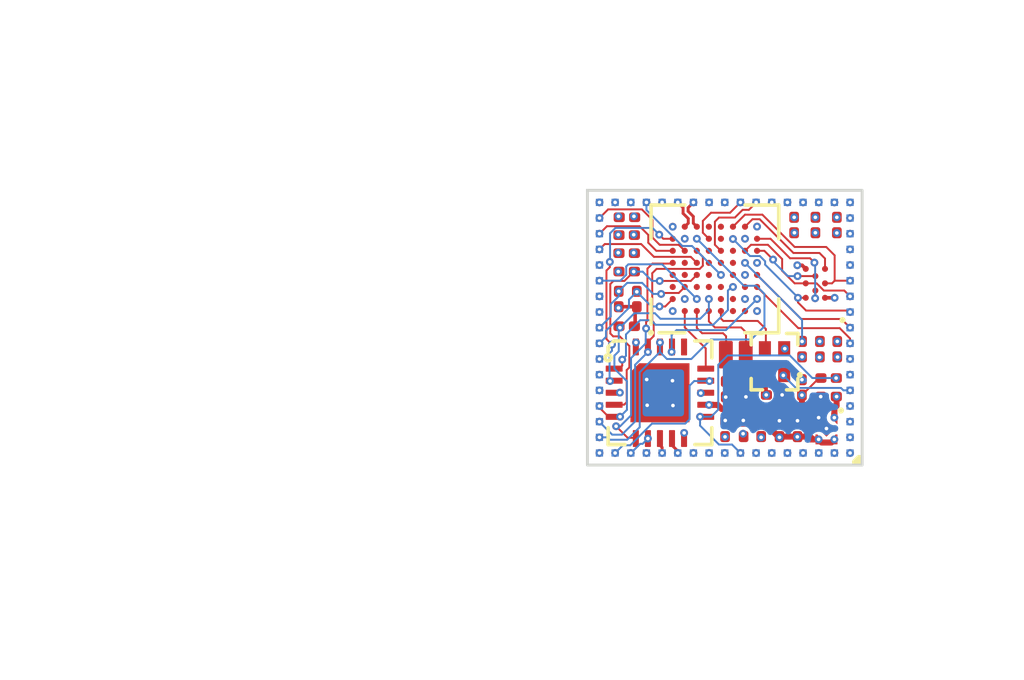
<source format=kicad_pcb>
(kicad_pcb (version 20221018) (generator pcbnew)
  (title_block (title "Myra SiP Interposer") (date "2024-06-24") (rev "1.0.0") (company "Antmicro Ltd") (comment 1 "www.antmicro.com"))
  (layers (0 "F.Cu" signal) (1 "In1.Cu" signal) (2 "In2.Cu" signal) (31 "B.Cu" signal) (34 "B.Paste" user) (35 "F.Paste" user) (36 "B.SilkS" user "B.Silkscreen") (37 "F.SilkS" user "F.Silkscreen") (38 "B.Mask" user) (39 "F.Mask" user) (44 "Edge.Cuts" user))
  (net 0 "")
  (net 1 "GND")
  (net 2 "+5V")
  (net 3 "+3V3")
  (net 4 "Net-(U1-3V3OUT)")
  (net 5 "VBUS")
  (net 6 "/OSC32_IN")
  (net 7 "/OSC32_OUT")
  (net 8 "/~{FRAM_WP}")
  (net 9 "/~{FRAM_HOLD}")
  (net 10 "/~{FRAM_CS}")
  (net 11 "/I2C1_SCL")
  (net 14 "/I2C1_SDA")
  (net 15 "/PF0_OSC")
  (net 16 "Net-(U4-VREF+)")
  (net 19 "/SPI2_MOSI")
  (net 20 "/LPUART_1_STM_TX")
  (net 22 "/SPI2_MISO")
  (net 23 "/SPI2_SCK")
  (net 24 "/I2C2_SDA")
  (net 29 "/I2C2_SCL")
  (net 38 "unconnected-(U5-PadA1)")
  (net 42 "unconnected-(U5-PadA2)")
  (net 43 "unconnected-(U5-PadA3)")
  (net 46 "unconnected-(U5-PadA4)")
  (net 47 "unconnected-(U5-PadA5)")
  (net 48 "unconnected-(U5-PadA6)")
  (net 49 "/JTDI")
  (net 50 "/JTRST")
  (net 51 "/NRST")
  (net 52 "/JTDO")
  (net 53 "/USB_D_P")
  (net 54 "/USB_D_N")
  (net 55 "/FTDI_USER_PB")
  (net 56 "unconnected-(U5-PadB1)")
  (net 57 "/LPUART_1_STM_RX")
  (net 58 "/SWDIO-JTMS")
  (net 59 "/SWCLK-JTCK")
  (net 60 "+BATT")
  (net 61 "unconnected-(U5-PadC1)")
  (net 62 "/~{CLK_EN}")
  (net 63 "unconnected-(U5-PadN1)")
  (net 64 "unconnected-(U5-PadO1)")
  (net 65 "unconnected-(U5-PadP1)")
  (net 66 "unconnected-(U5-PadQ1)")
  (net 67 "unconnected-(U5-PadQ2)")
  (net 68 "unconnected-(U5-PadQ3)")
  (net 69 "unconnected-(U5-PadQ4)")
  (net 70 "/USB_MCU_P")
  (net 71 "/USB_MCU_N")
  (net 72 "/SPI_CS2")
  (net 73 "/SPI_CS3")
  (net 74 "/LD2")
  (net 75 "/CBUS2")
  (net 76 "/CBUS1")
  (net 78 "/GPIO_PC12")
  (net 79 "/GPIO_PC11")
  (net 80 "/GPIO_PC10")
  (net 81 "/~{FTDI_RESET}")
  (footprint "antmicro-footprints:QFN-20-1EP_4x4mm_P0.5mm_EP2.45x2.45mm" (layer "F.Cu") (at 112.01 168)
    (fp_text reference "U1" hide)
    (fp_text value "FT231XQ-R")
  )
  (footprint "antmicro-footprints:C_0201" (layer "F.Cu") (at 115.58 167.85 90)
    (fp_text reference "C16" hide)
    (fp_text value "C_22p_0201")
  )
  (footprint "antmicro-footprints:BGA-64_5x5mm_Layout8x8_P0.5mm_Ball0.255mm" (layer "F.Cu") (at 114.29 162.86 90)
    (fp_text reference "U4" hide)
    (fp_text value "STM32G491REI6")
  )
  (footprint "antmicro-footprints:C_0201" (layer "F.Cu") (at 118.65 166.19 90)
    (fp_text reference "C1" hide)
    (fp_text value "C_100n_0201")
  )
  (footprint "antmicro-footprints:C_0201" (layer "F.Cu") (at 116.75 168.09 180)
    (fp_text reference "C5" hide)
    (fp_text value "C_100n_0201")
  )
  (footprint "antmicro-footprints:C_0201" (layer "F.Cu") (at 118.46 161.04 -90)
    (fp_text reference "C11" hide)
    (fp_text value "C_100n_0201")
  )
  (footprint "antmicro-footprints:C_0201" (layer "F.Cu") (at 117.91 166.19 90)
    (fp_text reference "C18" hide)
    (fp_text value "C_100n_0201")
  )
  (footprint "antmicro-footprints:C_0201" (layer "F.Cu") (at 110.63 162.21)
    (fp_text reference "C3" hide)
    (fp_text value "C_100n_0201")
  )
  (footprint "antmicro-footprints:R_0201" (layer "F.Cu") (at 110.3 164.11 -90)
    (fp_text reference "R3" hide)
    (fp_text value "R_5k1_0201")
  )
  (footprint "antmicro-footprints:Fujitsu_WLP-8_2.28x3.092mm_P0.5mm" (layer "F.Cu") (at 118.46 163.46 180)
    (fp_text reference "U2" hide)
    (fp_text value "MB85RS1MTPW-G_WLP")
  )
  (footprint "antmicro-footprints:C_0201" (layer "F.Cu") (at 110.64 160.72)
    (fp_text reference "C21" hide)
    (fp_text value "C_1u_0201")
  )
  (footprint "antmicro-footprints:C_0201" (layer "F.Cu") (at 117.9 167.78 -90)
    (fp_text reference "C8" hide)
    (fp_text value "C_100n_0201")
  )
  (footprint "antmicro-footprints:LGA-64_11.4x11.4mm_Myra-mirrored-package" (layer "F.Cu") (at 114.7 165.3 180)
    (fp_text reference "U5" hide)
    (fp_text value "Myra-231F1F08_CUSTOM_mirrored")
  )
  (footprint "antmicro-footprints:C_0201" (layer "F.Cu") (at 114.71 169.5 -90)
    (fp_text reference "C9" hide)
    (fp_text value "C_100n_0201")
  )
  (footprint "antmicro-footprints:Oscillator_SMD_ECS_1612MV_1.6x1.2x0.6mm" (layer "F.Cu") (at 116.765 166.71 180)
    (fp_text reference "Y2" hide)
    (fp_text value "Oscillator_8MHz_ECS_1612MV")
  )
  (footprint "antmicro-footprints:C_0201" (layer "F.Cu") (at 119.35 161.04 -90)
    (fp_text reference "C13" hide)
    (fp_text value "C_100n_0201")
  )
  (footprint "antmicro-footprints:Mech_Dome_Lid_Mirror-Semiconductor_L-CAP11.4T1.9" (layer "F.Cu") (at 114.7 165.275 180)
    (fp_text reference "H1" hide)
    (fp_text value "Dome_Lid_Mirror-Semiconductor_L-CAP11.4T1.9-BLACK")
  )
  (footprint "antmicro-footprints:FB_0201_0603Metric" (layer "F.Cu") (at 116.21 169.5 90)
    (fp_text reference "FB1" hide)
    (fp_text value "FB_80Z_1.2A_0201")
  )
  (footprint "antmicro-footprints:C_0201" (layer "F.Cu") (at 110.63 161.46)
    (fp_text reference "C22" hide)
    (fp_text value "C_4u7_0201")
  )
  (footprint "antmicro-footprints:C_0201" (layer "F.Cu") (at 117.575 161.04 -90)
    (fp_text reference "C4" hide)
    (fp_text value "C_100n_0201")
  )
  (footprint "antmicro-footprints:R_0201" (layer "F.Cu") (at 111.05 164.11 -90)
    (fp_text reference "R5" hide)
    (fp_text value "R_5k1_0201")
  )
  (footprint "antmicro-footprints:C_0201" (layer "F.Cu") (at 115.48 169.5 -90)
    (fp_text reference "C10" hide)
    (fp_text value "C_100n_0201")
  )
  (footprint "antmicro-footprints:R_0201" (layer "F.Cu") (at 110.63 162.97 180)
    (fp_text reference "R4" hide)
    (fp_text value "R_100k_0201")
  )
  (footprint "antmicro-footprints:R_0201" (layer "F.Cu") (at 110.63 165.24 180)
    (fp_text reference "R2" hide)
    (fp_text value "R_100k_0201")
  )
  (footprint "antmicro-footprints:Resonator_SMD_ECS_ECX-1210_1.2x1x0.5mm" (layer "F.Cu") (at 115.16 166.42 180)
    (fp_text reference "Y1" hide)
    (fp_text value "Resonator_32.768kHz_ECX-1210")
  )
  (footprint "antmicro-footprints:C_0201" (layer "F.Cu") (at 116.97 169.5 -90)
    (fp_text reference "C12" hide)
    (fp_text value "C_4u7_0201")
  )
  (footprint "antmicro-footprints:XDFN4" (layer "F.Cu") (at 118.92 169.4855 -90)
    (fp_text reference "U3" hide)
    (fp_text value "NCP177AMX330TCG")
  )
  (footprint "antmicro-footprints:C_0201" (layer "F.Cu") (at 117.718 169.501 -90)
    (fp_text reference "C6" hide)
    (fp_text value "C_1u_0201")
  )
  (footprint "antmicro-footprints:C_0201" (layer "F.Cu") (at 119.01 168.16)
    (fp_text reference "C7" hide)
    (fp_text value "C_1u_0201")
  )
  (footprint "antmicro-footprints:R_0201" (layer "F.Cu") (at 119.01 167.39)
    (fp_text reference "R1" hide)
    (fp_text value "R_1k_0201")
  )
  (footprint "antmicro-footprints:C_0201" (layer "F.Cu") (at 119.37 166.19 90)
    (fp_text reference "C2" hide)
    (fp_text value "C_100n_0201")
  )
  (footprint "antmicro-footprints:C_0201" (layer "F.Cu") (at 114.74 167.85 90)
    (fp_text reference "C15" hide)
    (fp_text value "C_22p_0201")
  )
  (gr_rect (start 109 159.6) (end 120.4 171) (stroke (width 0.12)) (fill none) (layer "Edge.Cuts"))
  (segment (start 118.595 169.1605) (end 118.92 169.4855) (width 0.25) (layer "F.Cu") (net 1))
  (segment (start 118.689 168.551) (end 118.58 168.66) (width 0.25) (layer "F.Cu") (net 1))
  (segment (start 118.58 168.66) (end 118.58 169.0185) (width 0.25) (layer "F.Cu") (net 1))
  (segment (start 118.58 169.0185) (end 118.595 169.0335) (width 0.25) (layer "F.Cu") (net 1))
  (segment (start 118.58 168.26) (end 118.68 168.16) (width 0.25) (layer "F.Cu") (net 1))
  (segment (start 118.595 169.0335) (end 118.595 169.1605) (width 0.25) (layer "F.Cu") (net 1))
  (segment (start 118.689 168.158) (end 118.689 168.551) (width 0.25) (layer "F.Cu") (net 1))
  (segment (start 119.26 164.06) (end 118.86 164.06) (width 0.15) (layer "F.Cu") (net 1))
  (via (at 115.54 164.11) (size 0.324) (drill 0.15) (layers "F.Cu" "B.Cu") (net 1))
  (via (at 111.48 168.52) (size 0.324) (drill 0.15) (layers "F.Cu" "B.Cu") (net 1))
  (via (at 110.15 160.1) (size 0.324) (drill 0.15) (layers "F.Cu" "B.Cu") (net 1))
  (via (at 109.5 160.1) (size 0.324) (drill 0.15) (layers "F.Cu" "B.Cu") (net 1))
  (via (at 110.345 167.995) (size 0.324) (drill 0.15) (layers "F.Cu" "B.Cu") (net 1))
  (via (at 112.53 167.5) (size 0.324) (drill 0.15) (layers "F.Cu" "B.Cu") (net 1))
  (via (at 117.299999 160.1) (size 0.324) (drill 0.15) (layers "F.Cu" "B.Cu") (net 1))
  (via (at 109.5 167.9) (size 0.324) (drill 0.15) (layers "F.Cu" "B.Cu") (net 1))
  (via (at 109.5 170.5) (size 0.324) (drill 0.15) (layers "F.Cu" "B.Cu") (net 1))
  (via (at 116.968 169.161) (size 0.324) (drill 0.15) (layers "F.Cu" "B.Cu") (net 1))
  (via (at 114.049999 160.1) (size 0.324) (drill 0.15) (layers "F.Cu" "B.Cu") (net 1))
  (via (at 109.5 166.6) (size 0.324) (drill 0.15) (layers "F.Cu" "B.Cu") (net 1))
  (via (at 113.4 170.5) (size 0.324) (drill 0.15) (layers "F.Cu" "B.Cu") (net 1))
  (via (at 111.46 167.45) (size 0.324) (drill 0.15) (layers "F.Cu" "B.Cu") (net 1))
  (via (at 119.9 162.700001) (size 0.324) (drill 0.15) (layers "F.Cu" "B.Cu") (net 1))
  (via (at 110.29 160.68) (size 0.324) (drill 0.15) (layers "F.Cu" "B.Cu") (net 1))
  (via (at 117.718 169.161) (size 0.324) (drill 0.15) (layers "F.Cu" "B.Cu") (net 1))
  (via (at 114.74 168.18) (size 0.324) (drill 0.15) (layers "F.Cu" "B.Cu") (net 1))
  (via (at 118.68 168.16) (size 0.324) (drill 0.15) (layers "F.Cu" "B.Cu") (net 1))
  (via (at 112.55 168.53) (size 0.324) (drill 0.15) (layers "F.Cu" "B.Cu") (net 1))
  (via (at 117.58 160.72) (size 0.324) (drill 0.15) (layers "F.Cu" "B.Cu") (net 1))
  (via (at 117.19 166.17) (size 0.324) (drill 0.15) (layers "F.Cu" "B.Cu") (net 1))
  (via (at 114.72 169.15) (size 0.324) (drill 0.15) (layers "F.Cu" "B.Cu") (net 1))
  (via (at 115.578 168.171) (size 0.324) (drill 0.15) (layers "F.Cu" "B.Cu") (net 1))
  (via (at 110.28 161.442) (size 0.324) (drill 0.15) (layers "F.Cu" "B.Cu") (net 1))
  (via (at 119.9 168.55) (size 0.324) (drill 0.15) (layers "F.Cu" "B.Cu") (net 1))
  (via (at 119.9 167.249999) (size 0.324) (drill 0.15) (layers "F.Cu" "B.Cu") (net 1))
  (via (at 118.63 166.53) (size 0.324) (drill 0.15) (layers "F.Cu" "B.Cu") (net 1))
  (via (at 117.08 168.09) (size 0.324) (drill 0.15) (layers "F.Cu" "B.Cu") (net 1))
  (via (at 112.1 160.1) (size 0.324) (drill 0.15) (layers "F.Cu" "B.Cu") (net 1))
  (via (at 118.595 169.0335) (size 0.324) (drill 0.15) (layers "F.Cu" "B.Cu") (net 1))
  (via (at 115.54 161.61) (size 0.324) (drill 0.15) (layers "F.Cu" "B.Cu") (net 1))
  (via (at 116 170.5) (size 0.324) (drill 0.15) (layers "F.Cu" "B.Cu") (net 1))
  (via (at 113.04 161.61) (size 0.324) (drill 0.15) (layers "F.Cu" "B.Cu") (net 1))
  (via (at 113.04 164.11) (size 0.324) (drill 0.15) (layers "F.Cu" "B.Cu") (net 1))
  (via (at 114.7 160.1) (size 0.324) (drill 0.15) (layers "F.Cu" "B.Cu") (net 1))
  (via (at 110.279 162.188) (size 0.324) (drill 0.15) (layers "F.Cu" "B.Cu") (net 1))
  (via (at 109.5 164) (size 0.324) (drill 0.15) (layers "F.Cu" "B.Cu") (net 1))
  (via (at 109.5 164.65) (size 0.324) (drill 0.15) (layers "F.Cu" "B.Cu") (net 1))
  (via (at 119.26 164.06) (size 0.324) (drill 0.15) (layers "F.Cu" "B.Cu") (net 1))
  (via (at 109.5 162.700001) (size 0.324) (drill 0.15) (layers "F.Cu" "B.Cu") (net 1))
  (via (at 113.705 168.015) (size 0.324) (drill 0.15) (layers "F.Cu" "B.Cu") (net 1))
  (via (at 118.92 169.4855) (size 0.324) (drill 0.15) (layers "F.Cu" "B.Cu") (net 1))
  (via (at 110.799999 160.1) (size 0.324) (drill 0.15) (layers "F.Cu" "B.Cu") (net 1))
  (via (at 115.54 163.11) (size 0.324) (drill 0.15) (layers "F.Cu" "B.Cu") (net 1))
  (via (at 117.902 167.459) (size 0.324) (drill 0.15) (layers "F.Cu" "B.Cu") (net 1))
  (via (at 119.9 166.6) (size 0.324) (drill 0.15) (layers "F.Cu" "B.Cu") (net 1))
  (via (at 119.38 166.521) (size 0.324) (drill 0.15) (layers "F.Cu" "B.Cu") (net 1))
  (via (at 119.35 160.72) (size 0.324) (drill 0.15) (layers "F.Cu" "B.Cu") (net 1))
  (via (at 117.908 166.511) (size 0.324) (drill 0.15) (layers "F.Cu" "B.Cu") (net 1))
  (via (at 115.47 169.15) (size 0.324) (drill 0.15) (layers "F.Cu" "B.Cu") (net 1))
  (via (at 111.45 170.5) (size 0.324) (drill 0.15) (layers "F.Cu" "B.Cu") (net 1))
  (via (at 118.46 160.72) (size 0.324) (drill 0.15) (layers "F.Cu" "B.Cu") (net 1))
  (segment (start 119.247 169.9355) (end 119.117 170.0655) (width 0.25) (layer "F.Cu") (net 2))
  (segment (start 118.2555 169.9355) (end 118.141 169.821) (width 0.25) (layer "F.Cu") (net 2))
  (segment (start 117.719 169.82) (end 117.72 169.821) (width 0.2) (layer "F.Cu") (net 2))
  (segment (start 118.18 169.782) (end 118.141 169.821) (width 0.25) (layer "F.Cu") (net 2))
  (segment (start 118.125 168.675) (end 118.18 168.73) (width 0.25) (layer "F.Cu") (net 2))
  (segment (start 117.71 168.675) (end 118.125 168.675) (width 0.25) (layer "F.Cu") (net 2))
  (segment (start 116.21 169.17) (end 116.27 169.17) (width 0.25) (layer "F.Cu") (net 2))
  (segment (start 118.36 169.9355) (end 118.2555 169.9355) (width 0.25) (layer "F.Cu") (net 2))
  (segment (start 116.972 169.82) (end 117.7 169.82) (width 0.25) (layer "F.Cu") (net 2))
  (segment (start 117.902 168.483) (end 117.71 168.675) (width 0.25) (layer "F.Cu") (net 2))
  (segment (start 118.725 170.0655) (end 118.595 169.9355) (width 0.25) (layer "F.Cu") (net 2))
  (segment (start 118.69 167.39) (end 118.612 167.39) (width 0.08) (layer "F.Cu") (net 2))
  (segment (start 114.045 168.505) (end 114.407892 168.505) (width 0.25) (layer "F.Cu") (net 2))
  (segment (start 114.407892 168.505) (end 114.577892 168.675) (width 0.25) (layer "F.Cu") (net 2))
  (segment (start 118.595 169.9355) (end 118.36 169.9355) (width 0.25) (layer "F.Cu") (net 2))
  (segment (start 116.27 169.17) (end 116.92 169.82) (width 0.25) (layer "F.Cu") (net 2))
  (segment (start 116.92 169.82) (end 116.972 169.82) (width 0.25) (layer "F.Cu") (net 2))
  (segment (start 118.141 169.821) (end 117.72 169.821) (width 0.25) (layer "F.Cu") (net 2))
  (segment (start 117.902 168.1) (end 117.902 168.452) (width 0.25) (layer "F.Cu") (net 2))
  (segment (start 117.7 169.82) (end 117.7105 169.8305) (width 0.25) (layer "F.Cu") (net 2))
  (segment (start 118.612 167.39) (end 117.902 168.1) (width 0.08) (layer "F.Cu") (net 2))
  (segment (start 114.577892 168.675) (end 117.71 168.675) (width 0.25) (layer "F.Cu") (net 2))
  (segment (start 117.902 168.452) (end 118.125 168.675) (width 0.25) (layer "F.Cu") (net 2))
  (segment (start 118.2065 169.782) (end 118.36 169.9355) (width 0.25) (layer "F.Cu") (net 2))
  (segment (start 117.71 169.831) (end 117.7105 169.8305) (width 0.08) (layer "F.Cu") (net 2))
  (segment (start 119.117 170.0655) (end 118.725 170.0655) (width 0.25) (layer "F.Cu") (net 2))
  (segment (start 118.18 169.782) (end 118.2065 169.782) (width 0.25) (layer "F.Cu") (net 2))
  (segment (start 118.18 168.73) (end 118.18 169.782) (width 0.25) (layer "F.Cu") (net 2))
  (segment (start 117.7105 169.8305) (end 117.72 169.821) (width 0.08) (layer "F.Cu") (net 2))
  (segment (start 117.902 168.452) (end 117.902 168.483) (width 0.25) (layer "F.Cu") (net 2))
  (via (at 119.247 169.9355) (size 0.324) (drill 0.15) (layers "F.Cu" "B.Cu") (net 2))
  (via (at 116.97 169.85) (size 0.324) (drill 0.15) (layers "F.Cu" "B.Cu") (net 2))
  (via (at 118.595 169.9355) (size 0.324) (drill 0.15) (layers "F.Cu" "B.Cu") (net 2))
  (via (at 117.902 168.1) (size 0.324) (drill 0.15) (layers "F.Cu" "B.Cu") (net 2))
  (via (at 114.045 168.505) (size 0.324) (drill 0.15) (layers "F.Cu" "B.Cu") (net 2))
  (via (at 117.7105 169.8305) (size 0.324) (drill 0.15) (layers "F.Cu" "B.Cu") (net 2))
  (segment (start 117.71 162.71) (end 117.91 162.71) (width 0.15) (layer "F.Cu") (net 3))
  (segment (start 110.98 165.2) (end 110.92 165.26) (width 0.08) (layer "F.Cu") (net 3))
  (segment (start 117.91 162.71) (end 118.06 162.86) (width 0.15) (layer "F.Cu") (net 3))
  (segment (start 116.365 168.035) (end 116.42 168.09) (width 0.25) (layer "F.Cu") (net 3))
  (segment (start 110.2 164.43) (end 110.98 164.43) (width 0.15) (layer "F.Cu") (net 3))
  (segment (start 119.25 168.63) (end 119.25 169.0305) (width 0.25) (layer "F.Cu") (net 3))
  (segment (start 119.34 168.54) (end 119.25 168.63) (width 0.25) (layer "F.Cu") (net 3))
  (segment (start 116.365 167.26) (end 116.365 168.035) (width 0.25) (layer "F.Cu") (net 3))
  (segment (start 119.25 169.0305) (end 119.247 169.0335) (width 0.25) (layer "F.Cu") (net 3))
  (segment (start 110.98 164.43) (end 110.98 165.2) (width 0.15) (layer "F.Cu") (net 3))
  (segment (start 119.34 168.16) (end 119.34 168.54) (width 0.25) (layer "F.Cu") (net 3))
  (via (at 117.59 161.36) (size 0.324) (drill 0.15) (layers "F.Cu" "B.Cu") (net 3))
  (via (at 116.04 164.61) (size 0.324) (drill 0.15) (layers "F.Cu" "B.Cu") (net 3))
  (via (at 110.93 160.68) (size 0.324) (drill 0.15) (layers "F.Cu" "B.Cu") (net 3))
  (via (at 110.28 162.972) (size 0.324) (drill 0.15) (layers "F.Cu" "B.Cu") (net 3))
  (via (at 110.921 161.442) (size 0.324) (drill 0.15) (layers "F.Cu" "B.Cu") (net 3))
  (via (at 118.638 165.87) (size 0.324) (drill 0.15) (layers "F.Cu" "B.Cu") (net 3))
  (via (at 117.71 162.71) (size 0.324) (drill 0.15) (layers "F.Cu" "B.Cu") (net 3))
  (via (at 119.247 169.0335) (size 0.324) (drill 0.15) (layers "F.Cu" "B.Cu") (net 3))
  (via (at 110.29 164.48) (size 0.324) (drill 0.15) (layers "F.Cu" "B.Cu") (net 3))
  (via (at 118.46 161.36) (size 0.324) (drill 0.15) (layers "F.Cu" "B.Cu") (net 3))
  (via (at 116.65 160.1) (size 0.324) (drill 0.15) (layers "F.Cu" "B.Cu") (net 3))
  (via (at 109.5 167.249999) (size 0.324) (drill 0.15) (layers "F.Cu" "B.Cu") (net 3))
  (via (at 116.04 162.61) (size 0.324) (drill 0.15) (layers "F.Cu" "B.Cu") (net 3))
  (via (at 112.54 164.61) (size 0.324) (drill 0.15) (layers "F.Cu" "B.Cu") (net 3))
  (via (at 112.54 161.11) (size 0.324) (drill 0.15) (layers "F.Cu" "B.Cu") (net 3))
  (via (at 116.04 161.105) (size 0.324) (drill 0.15) (layers "F.Cu" "B.Cu") (net 3))
  (via (at 116.42 168.09) (size 0.324) (drill 0.15) (layers "F.Cu" "B.Cu") (net 3))
  (via (at 119.34 168.16) (size 0.324) (drill 0.15) (layers "F.Cu" "B.Cu") (net 3))
  (via (at 110.92 162.188) (size 0.324) (drill 0.15) (layers "F.Cu" "B.Cu") (net 3))
  (via (at 119.35 161.37) (size 0.324) (drill 0.15) (layers "F.Cu" "B.Cu") (net 3))
  (via (at 119.37 165.87) (size 0.324) (drill 0.15) (layers "F.Cu" "B.Cu") (net 3))
  (via (at 115.46 169.7) (size 0.324) (drill 0.15) (layers "F.Cu" "B.Cu") (net 4))
  (via (at 114.71 169.83) (size 0.324) (drill 0.15) (layers "F.Cu" "B.Cu") (net 4))
  (via (at 113.015 169.665) (size 0.324) (drill 0.15) (layers "F.Cu" "B.Cu") (net 4))
  (via (at 111.015 165.915) (size 0.324) (drill 0.15) (layers "F.Cu" "B.Cu") (net 4))
  (via (at 116.21 169.85) (size 0.324) (drill 0.15) (layers "F.Cu" "B.Cu") (net 5))
  (via (at 114.05 170.5) (size 0.324) (drill 0.15) (layers "F.Cu" "B.Cu") (net 5))
  (via (at 114.7 170.5) (size 0.324) (drill 0.15) (layers "F.Cu" "B.Cu") (net 5))
  (segment (start 114.755 166.42) (end 114.755 165.655) (width 0.08) (layer "F.Cu") (net 6))
  (segment (start 114.63 165.53) (end 113.76 165.53) (width 0.08) (layer "F.Cu") (net 6))
  (segment (start 114.738 166.437) (end 114.755 166.42) (width 0.08) (layer "F.Cu") (net 6))
  (segment (start 113.54 165.31) (end 113.54 164.61) (width 0.08) (layer "F.Cu") (net 6))
  (segment (start 113.76 165.53) (end 113.54 165.31) (width 0.08) (layer "F.Cu") (net 6))
  (segment (start 114.738 167.53) (end 114.738 166.437) (width 0.08) (layer "F.Cu") (net 6))
  (segment (start 114.755 165.655) (end 114.63 165.53) (width 0.08) (layer "F.Cu") (net 6))
  (segment (start 115.58 165.49) (end 115.58 166.42) (width 0.08) (layer "F.Cu") (net 7))
  (segment (start 115.578 166.422) (end 115.58 166.42) (width 0.08) (layer "F.Cu") (net 7))
  (segment (start 114.29 165.29) (end 115.38 165.29) (width 0.08) (layer "F.Cu") (net 7))
  (segment (start 114.04 164.61) (end 114.04 165.04) (width 0.08) (layer "F.Cu") (net 7))
  (segment (start 115.578 167.53) (end 115.578 166.422) (width 0.08) (layer "F.Cu") (net 7))
  (segment (start 114.04 165.04) (end 114.29 165.29) (width 0.08) (layer "F.Cu") (net 7))
  (segment (start 115.38 165.29) (end 115.58 165.49) (width 0.08) (layer "F.Cu") (net 7))
  (segment (start 118.46 164.07) (end 118.45 164.08) (width 0.08) (layer "F.Cu") (net 8))
  (segment (start 118.42 162.6) (end 118.24 162.42) (width 0.08) (layer "F.Cu") (net 8))
  (segment (start 116.08 161.65) (end 116.04 161.61) (width 0.08) (layer "F.Cu") (net 8))
  (segment (start 118.24 162.42) (end 117.41 162.42) (width 0.08) (layer "F.Cu") (net 8))
  (segment (start 117.41 162.42) (end 116.6 161.61) (width 0.08) (layer "F.Cu") (net 8))
  (segment (start 116.6 161.61) (end 116.04 161.61) (width 0.08) (layer "F.Cu") (net 8))
  (segment (start 118.46 163.76) (end 118.46 164.07) (width 0.08) (layer "F.Cu") (net 8))
  (via (at 118.45 164.08) (size 0.324) (drill 0.15) (layers "F.Cu" "B.Cu") (net 8))
  (via (at 118.42 162.6) (size 0.324) (drill 0.15) (layers "F.Cu" "B.Cu") (net 8))
  (segment (start 118.45 162.63) (end 118.45 164.08) (width 0.08) (layer "B.Cu") (net 8))
  (segment (start 118.42 162.6) (end 118.45 162.63) (width 0.08) (layer "B.Cu") (net 8))
  (segment (start 116.705595 162.474405) (end 116.34119 162.11) (width 0.08) (layer "F.Cu") (net 9))
  (segment (start 116.34119 162.11) (end 116.04 162.11) (width 0.08) (layer "F.Cu") (net 9))
  (segment (start 117.72 163.16) (end 118.46 163.16) (width 0.08) (layer "F.Cu") (net 9))
  (via (at 116.705595 162.474405) (size 0.324) (drill 0.15) (layers "F.Cu" "B.Cu") (net 9))
  (via (at 117.72 163.16) (size 0.324) (drill 0.15) (layers "F.Cu" "B.Cu") (net 9))
  (segment (start 116.705595 162.545595) (end 117.32 163.16) (width 0.08) (layer "B.Cu") (net 9))
  (segment (start 116.705595 162.474405) (end 116.705595 162.545595) (width 0.08) (layer "B.Cu") (net 9))
  (segment (start 117.32 163.16) (end 117.72 163.16) (width 0.08) (layer "B.Cu") (net 9))
  (segment (start 117.55 162.2) (end 118.63 162.2) (width 0.08) (layer "F.Cu") (net 10))
  (segment (start 118.86 162.43) (end 118.86 162.86) (width 0.08) (layer "F.Cu") (net 10))
  (segment (start 116.15 160.8) (end 117.55 162.2) (width 0.08) (layer "F.Cu") (net 10))
  (segment (start 118.63 162.2) (end 118.86 162.43) (width 0.08) (layer "F.Cu") (net 10))
  (segment (start 115.85 160.8) (end 116.15 160.8) (width 0.08) (layer "F.Cu") (net 10))
  (segment (start 115.54 161.11) (end 115.85 160.8) (width 0.08) (layer "F.Cu") (net 10))
  (segment (start 112.1 163.86) (end 112.06 163.9) (width 0.08) (layer "F.Cu") (net 11))
  (segment (start 113.04 163.61) (end 112.79 163.86) (width 0.08) (layer "F.Cu") (net 11))
  (segment (start 112.79 163.86) (end 112.1 163.86) (width 0.08) (layer "F.Cu") (net 11))
  (via (at 109.5 165.3) (size 0.324) (drill 0.15) (layers "F.Cu" "B.Cu") (net 11))
  (via (at 112.06 163.9) (size 0.324) (drill 0.15) (layers "F.Cu" "B.Cu") (net 11))
  (via (at 110.3 163.79) (size 0.324) (drill 0.15) (layers "F.Cu" "B.Cu") (net 11))
  (segment (start 110.65 163.44) (end 111.27 163.44) (width 0.08) (layer "B.Cu") (net 11))
  (segment (start 111.27 163.44) (end 111.73 163.9) (width 0.08) (layer "B.Cu") (net 11))
  (segment (start 109.97 164.83) (end 109.5 165.3) (width 0.08) (layer "B.Cu") (net 11))
  (segment (start 110.3 163.995) (end 109.97 164.325) (width 0.08) (layer "B.Cu") (net 11))
  (segment (start 109.97 164.325) (end 109.97 164.83) (width 0.08) (layer "B.Cu") (net 11))
  (segment (start 111.73 163.9) (end 112.06 163.9) (width 0.08) (layer "B.Cu") (net 11))
  (segment (start 110.3 163.79) (end 110.3 163.995) (width 0.08) (layer "B.Cu") (net 11))
  (segment (start 110.3 163.79) (end 110.65 163.44) (width 0.08) (layer "B.Cu") (net 11))
  (segment (start 111.99 164.42) (end 112.23 164.42) (width 0.08) (layer "F.Cu") (net 14))
  (segment (start 112.23 164.42) (end 112.54 164.11) (width 0.08) (layer "F.Cu") (net 14))
  (via (at 111.05 163.812) (size 0.324) (drill 0.15) (layers "F.Cu" "B.Cu") (net 14))
  (via (at 111.99 164.42) (size 0.324) (drill 0.15) (layers "F.Cu" "B.Cu") (net 14))
  (via (at 109.5 165.950001) (size 0.324) (drill 0.15) (layers "F.Cu" "B.Cu") (net 14))
  (segment (start 111.05 163.812) (end 110.725 164.137) (width 0.08) (layer "B.Cu") (net 14))
  (segment (start 109.77 165.68) (end 109.5 165.95) (width 0.08) (layer "B.Cu") (net 14))
  (segment (start 110.725 164.475) (end 109.77 165.43) (width 0.08) (layer "B.Cu") (net 14))
  (segment (start 110.725 164.137) (end 110.725 164.475) (width 0.08) (layer "B.Cu") (net 14))
  (segment (start 111.658 164.42) (end 111.05 163.812) (width 0.08) (layer "B.Cu") (net 14))
  (segment (start 111.99 164.42) (end 111.658 164.42) (width 0.08) (layer "B.Cu") (net 14))
  (segment (start 109.77 165.43) (end 109.77 165.68) (width 0.08) (layer "B.Cu") (net 14))
  (segment (start 116.405 165.355) (end 116.07 165.02) (width 0.08) (layer "F.Cu") (net 15))
  (segment (start 116.405 166.17) (end 116.405 165.355) (width 0.08) (layer "F.Cu") (net 15))
  (segment (start 114.64 165.02) (end 114.54 164.92) (width 0.08) (layer "F.Cu") (net 15))
  (segment (start 114.54 164.92) (end 114.54 164.61) (width 0.08) (layer "F.Cu") (net 15))
  (segment (start 116.07 165.02) (end 114.64 165.02) (width 0.08) (layer "F.Cu") (net 15))
  (via (at 115.54 162.61) (size 0.324) (drill 0.15) (layers "F.Cu" "B.Cu") (net 16))
  (via (at 117.908 165.87) (size 0.324) (drill 0.15) (layers "F.Cu" "B.Cu") (net 16))
  (segment (start 117.908 164.978) (end 117.908 165.87) (width 0.08) (layer "B.Cu") (net 16))
  (segment (start 115.54 162.61) (end 117.908 164.978) (width 0.08) (layer "B.Cu") (net 16))
  (segment (start 117.736144 164.06) (end 118.06 164.06) (width 0.08) (layer "F.Cu") (net 19))
  (segment (start 117.736144 164.251144) (end 117.736144 164.06) (width 0.08) (layer "F.Cu") (net 19))
  (segment (start 119.75 164.59) (end 118.075 164.59) (width 0.08) (layer "F.Cu") (net 19))
  (segment (start 118.075 164.59) (end 117.736144 164.251144) (width 0.08) (layer "F.Cu") (net 19))
  (via (at 115.04 161.62) (size 0.324) (drill 0.15) (layers "F.Cu" "B.Cu") (net 19))
  (via (at 117.736144 164.06) (size 0.324) (drill 0.15) (layers "F.Cu" "B.Cu") (net 19))
  (via (at 119.9 164.65) (size 0.324) (drill 0.15) (layers "F.Cu" "B.Cu") (net 19))
  (segment (start 116.158 162.328) (end 115.748 162.328) (width 0.08) (layer "B.Cu") (net 19))
  (segment (start 115.748 162.328) (end 115.04 161.62) (width 0.08) (layer "B.Cu") (net 19))
  (segment (start 116.375 162.685) (end 116.375 162.545) (width 0.08) (layer "B.Cu") (net 19))
  (segment (start 116.375 162.545) (end 116.158 162.328) (width 0.08) (layer "B.Cu") (net 19))
  (segment (start 117.736144 164.046144) (end 116.375 162.685) (width 0.08) (layer "B.Cu") (net 19))
  (segment (start 117.736144 164.06) (end 117.736144 164.046144) (width 0.08) (layer "B.Cu") (net 19))
  (segment (start 110.32 167) (end 110.11 167) (width 0.08) (layer "F.Cu") (net 20))
  (segment (start 110.444405 166.624405) (end 110.444405 166.875595) (width 0.08) (layer "F.Cu") (net 20))
  (segment (start 110.444405 166.875595) (end 110.32 167) (width 0.08) (layer "F.Cu") (net 20))
  (via (at 110.444405 166.624405) (size 0.324) (drill 0.15) (layers "F.Cu" "B.Cu") (net 20))
  (via (at 115.04 163.61) (size 0.324) (drill 0.15) (layers "F.Cu" "B.Cu") (net 20))
  (segment (start 111.83 165.18) (end 114.22 165.18) (width 0.08) (layer "B.Cu") (net 20))
  (segment (start 114.98 163.61) (end 115.04 163.61) (width 0.08) (layer "B.Cu") (net 20))
  (segment (start 110.444405 166.624405) (end 110.6 166.46881) (width 0.08) (layer "B.Cu") (net 20))
  (segment (start 111.19 164.99) (end 111.64 164.99) (width 0.08) (layer "B.Cu") (net 20))
  (segment (start 111.64 164.99) (end 111.83 165.18) (width 0.08) (layer "B.Cu") (net 20))
  (segment (start 114.22 165.18) (end 114.83 164.57) (width 0.08) (layer "B.Cu") (net 20))
  (segment (start 110.6 166.46881) (end 110.6 165.58) (width 0.08) (layer "B.Cu") (net 20))
  (segment (start 110.6 165.58) (end 111.19 164.99) (width 0.08) (layer "B.Cu") (net 20))
  (segment (start 114.83 163.76) (end 114.98 163.61) (width 0.08) (layer "B.Cu") (net 20))
  (segment (start 114.83 164.57) (end 114.83 163.76) (width 0.08) (layer "B.Cu") (net 20))
  (segment (start 119.26 163.35) (end 119.9 163.35) (width 0.08) (layer "F.Cu") (net 22))
  (segment (start 115.54 160.61) (end 115.04 161.11) (width 0.08) (layer "F.Cu") (net 22))
  (segment (start 119.26 163.35) (end 119.26 162.3) (width 0.08) (layer "F.Cu") (net 22))
  (segment (start 119.15 163.46) (end 119.26 163.35) (width 0.08) (layer "F.Cu") (net 22))
  (segment (start 116.26 160.61) (end 115.54 160.61) (width 0.08) (layer "F.Cu") (net 22))
  (segment (start 117.6 161.95) (end 116.26 160.61) (width 0.08) (layer "F.Cu") (net 22))
  (segment (start 118.86 163.46) (end 119.15 163.46) (width 0.08) (layer "F.Cu") (net 22))
  (segment (start 119.26 162.3) (end 118.91 161.95) (width 0.08) (layer "F.Cu") (net 22))
  (segment (start 118.91 161.95) (end 117.6 161.95) (width 0.08) (layer "F.Cu") (net 22))
  (via (at 119.9 163.35) (size 0.324) (drill 0.15) (layers "F.Cu" "B.Cu") (net 22))
  (segment (start 117.6 163.46) (end 118.06 163.46) (width 0.08) (layer "F.Cu") (net 23))
  (segment (start 118.81 163.76) (end 118.51 163.46) (width 0.08) (layer "F.Cu") (net 23))
  (segment (start 118.51 163.46) (end 118.06 163.46) (width 0.08) (layer "F.Cu") (net 23))
  (segment (start 117.080919 162.940919) (end 117.6 163.46) (width 0.08) (layer "F.Cu") (net 23))
  (segment (start 117.080919 162.450919) (end 117.080919 162.940919) (width 0.08) (layer "F.Cu") (net 23))
  (segment (start 119.9 164) (end 119.66 163.76) (width 0.08) (layer "F.Cu") (net 23))
  (segment (start 119.66 163.76) (end 118.81 163.76) (width 0.08) (layer "F.Cu") (net 23))
  (segment (start 116.49 161.86) (end 117.080919 162.450919) (width 0.08) (layer "F.Cu") (net 23))
  (segment (start 115.54 162.11) (end 115.79 161.86) (width 0.08) (layer "F.Cu") (net 23))
  (segment (start 115.79 161.86) (end 116.49 161.86) (width 0.08) (layer "F.Cu") (net 23))
  (via (at 119.9 164) (size 0.324) (drill 0.15) (layers "F.Cu" "B.Cu") (net 23))
  (segment (start 114.29 160.9) (end 114.29 161.86) (width 0.08) (layer "F.Cu") (net 24))
  (segment (start 115.44 160.41) (end 115.12 160.73) (width 0.08) (layer "F.Cu") (net 24))
  (segment (start 116 160.11) (end 115.7 160.41) (width 0.08) (layer "F.Cu") (net 24))
  (segment (start 114.29 161.86) (end 114.54 162.11) (width 0.08) (layer "F.Cu") (net 24))
  (segment (start 115.7 160.41) (end 115.44 160.41) (width 0.08) (layer "F.Cu") (net 24))
  (segment (start 116 160.1) (end 116 160.11) (width 0.08) (layer "F.Cu") (net 24))
  (segment (start 114.46 160.73) (end 114.29 160.9) (width 0.08) (layer "F.Cu") (net 24))
  (segment (start 115.12 160.73) (end 114.46 160.73) (width 0.08) (layer "F.Cu") (net 24))
  (via (at 116 160.1) (size 0.324) (drill 0.15) (layers "F.Cu" "B.Cu") (net 24))
  (segment (start 113.79 161.36) (end 113.79 160.87) (width 0.08) (layer "F.Cu") (net 29))
  (segment (start 114.04 161.61) (end 113.79 161.36) (width 0.08) (layer "F.Cu") (net 29))
  (segment (start 114.92 160.53) (end 115.35 160.1) (width 0.08) (layer "F.Cu") (net 29))
  (segment (start 114.13 160.53) (end 114.92 160.53) (width 0.08) (layer "F.Cu") (net 29))
  (segment (start 113.79 160.87) (end 114.13 160.53) (width 0.08) (layer "F.Cu") (net 29))
  (via (at 115.35 160.1) (size 0.324) (drill 0.15) (layers "F.Cu" "B.Cu") (net 29))
  (via (at 119.9 170.5) (size 0.324) (drill 0.15) (layers "F.Cu" "B.Cu") (net 38))
  (via (at 119.25 170.5) (size 0.324) (drill 0.15) (layers "F.Cu" "B.Cu") (net 42))
  (via (at 118.6 170.5) (size 0.324) (drill 0.15) (layers "F.Cu" "B.Cu") (net 43))
  (via (at 117.95 170.5) (size 0.324) (drill 0.15) (layers "F.Cu" "B.Cu") (net 46))
  (via (at 117.3 170.5) (size 0.324) (drill 0.15) (layers "F.Cu" "B.Cu") (net 47))
  (via (at 116.65 170.5) (size 0.324) (drill 0.15) (layers "F.Cu" "B.Cu") (net 48))
  (segment (start 112.15 161.61) (end 112.54 161.61) (width 0.08) (layer "F.Cu") (net 49))
  (segment (start 112.54 161.61) (end 112.54 161.68) (width 0.08) (layer "F.Cu") (net 49))
  (segment (start 109.79 162.93) (end 109.93 162.79) (width 0.08) (layer "F.Cu") (net 49))
  (segment (start 109.93 162.79) (end 109.93 162.57) (width 0.08) (layer "F.Cu") (net 49))
  (segment (start 111.98 161.44) (end 112.15 161.61) (width 0.08) (layer "F.Cu") (net 49))
  (segment (start 109.79 165.772) (end 109.79 162.93) (width 0.08) (layer "F.Cu") (net 49))
  (segment (start 110.018 166) (end 109.79 165.772) (width 0.08) (layer "F.Cu") (net 49))
  (via (at 110.018 166) (size 0.324) (drill 0.15) (layers "F.Cu" "B.Cu") (net 49))
  (via (at 111.98 161.44) (size 0.324) (drill 0.15) (layers "F.Cu" "B.Cu") (net 49))
  (via (at 109.93 162.57) (size 0.324) (drill 0.15) (layers "F.Cu" "B.Cu") (net 49))
  (via (at 109.94 167.515324) (size 0.324) (drill 0.15) (layers "F.Cu" "B.Cu") (net 49))
  (segment (start 111.7 161.16) (end 111.98 161.44) (width 0.08) (layer "B.Cu") (net 49))
  (segment (start 109.93 162.57) (end 109.94 162.56) (width 0.08) (layer "B.Cu") (net 49))
  (segment (start 109.94 161.383191) (end 110.163191 161.16) (width 0.08) (layer "B.Cu") (net 49))
  (segment (start 110.018 166.262) (end 109.92 166.36) (width 0.08) (layer "B.Cu") (net 49))
  (segment (start 109.92 167.495324) (end 109.94 167.515324) (width 0.08) (layer "B.Cu") (net 49))
  (segment (start 110.163191 161.16) (end 111.7 161.16) (width 0.08) (layer "B.Cu") (net 49))
  (segment (start 109.94 162.56) (end 109.94 161.383191) (width 0.08) (layer "B.Cu") (net 49))
  (segment (start 110.018 166) (end 110.018 166.262) (width 0.08) (layer "B.Cu") (net 49))
  (segment (start 109.92 166.36) (end 109.92 167.495324) (width 0.08) (layer "B.Cu") (net 49))
  (segment (start 110.63 167.06) (end 110.63 168.39) (width 0.08) (layer "F.Cu") (net 50))
  (segment (start 110.34 165.66) (end 110.74 166.06) (width 0.08) (layer "F.Cu") (net 50))
  (segment (start 110.74 166.95) (end 110.63 167.06) (width 0.08) (layer "F.Cu") (net 50))
  (segment (start 110.74 166.06) (end 110.74 166.95) (width 0.08) (layer "F.Cu") (net 50))
  (segment (start 110.525 168.495) (end 109.985 168.495) (width 0.08) (layer "F.Cu") (net 50))
  (segment (start 110.92 162.975) (end 110.535 163.36) (width 0.08) (layer "F.Cu") (net 50))
  (segment (start 109.95 165.54) (end 110.07 165.66) (width 0.08) (layer "F.Cu") (net 50))
  (segment (start 113.29 163.36) (end 113.54 163.11) (width 0.08) (layer "F.Cu") (net 50))
  (segment (start 110.63 168.39) (end 110.525 168.495) (width 0.08) (layer "F.Cu") (net 50))
  (segment (start 109.95 163.49) (end 109.95 165.54) (width 0.08) (layer "F.Cu") (net 50))
  (segment (start 112 163.36) (end 113.29 163.36) (width 0.08) (layer "F.Cu") (net 50))
  (segment (start 110.535 163.36) (end 110.08 163.36) (width 0.08) (layer "F.Cu") (net 50))
  (segment (start 110.07 165.66) (end 110.34 165.66) (width 0.08) (layer "F.Cu") (net 50))
  (segment (start 110.08 163.36) (end 109.95 163.49) (width 0.08) (layer "F.Cu") (net 50))
  (via (at 112 163.36) (size 0.324) (drill 0.15) (layers "F.Cu" "B.Cu") (net 50))
  (via (at 110.92 162.975) (size 0.324) (drill 0.15) (layers "F.Cu" "B.Cu") (net 50))
  (segment (start 111.68 163.36) (end 111.295 162.975) (width 0.08) (layer "B.Cu") (net 50))
  (segment (start 112 163.36) (end 111.68 163.36) (width 0.08) (layer "B.Cu") (net 50))
  (segment (start 111.295 162.975) (end 110.92 162.975) (width 0.08) (layer "B.Cu") (net 50))
  (segment (start 109.5 168.62) (end 109.5 168.55) (width 0.08) (layer "F.Cu") (net 51))
  (segment (start 110.11 169) (end 109.88 169) (width 0.08) (layer "F.Cu") (net 51))
  (segment (start 109.88 169) (end 109.5 168.62) (width 0.08) (layer "F.Cu") (net 51))
  (via (at 109.5 168.55) (size 0.324) (drill 0.15) (layers "F.Cu" "B.Cu") (net 51))
  (via (at 114.04 164.11) (size 0.324) (drill 0.15) (layers "F.Cu" "B.Cu") (net 51))
  (via (at 110.355 168.995) (size 0.324) (drill 0.15) (layers "F.Cu" "B.Cu") (net 51))
  (via (at 110.35 165.3) (size 0.324) (drill 0.15) (layers "F.Cu" "B.Cu") (net 51))
  (segment (start 110.64 167.52) (end 110.64 168.71) (width 0.08) (layer "B.Cu") (net 51))
  (segment (start 111.8 164.7) (end 110.95 164.7) (width 0.08) (layer "B.Cu") (net 51))
  (segment (start 112.03 164.93) (end 111.8 164.7) (width 0.08) (layer "B.Cu") (net 51))
  (segment (start 110.12 167) (end 110.64 167.52) (width 0.08) (layer "B.Cu") (net 51))
  (segment (start 110.64 168.71) (end 110.355 168.995) (width 0.08) (layer "B.Cu") (net 51))
  (segment (start 110.12 166.46) (end 110.12 167) (width 0.08) (layer "B.Cu") (net 51))
  (segment (start 110.95 164.7) (end 110.35 165.3) (width 0.08) (layer "B.Cu") (net 51))
  (segment (start 114.04 164.57) (end 113.68 164.93) (width 0.08) (layer "B.Cu") (net 51))
  (segment (start 110.3 166.28) (end 110.12 166.46) (width 0.08) (layer "B.Cu") (net 51))
  (segment (start 110.35 165.3) (end 110.3 165.35) (width 0.08) (layer "B.Cu") (net 51))
  (segment (start 113.68 164.93) (end 112.03 164.93) (width 0.08) (layer "B.Cu") (net 51))
  (segment (start 110.3 165.35) (end 110.3 166.28) (width 0.08) (layer "B.Cu") (net 51))
  (segment (start 114.04 164.11) (end 114.04 164.57) (width 0.08) (layer "B.Cu") (net 51))
  (segment (start 110.67 169.87) (end 110.98 169.87) (width 0.08) (layer "F.Cu") (net 52))
  (segment (start 110.98 169.87) (end 111.01 169.9) (width 0.08) (layer "F.Cu") (net 52))
  (segment (start 111.49 162.85) (end 111.7 162.64) (width 0.08) (layer "F.Cu") (net 52))
  (segment (start 111.436101 165.063899) (end 111.49 165.01) (width 0.08) (layer "F.Cu") (net 52))
  (segment (start 110.19 169.39) (end 110.67 169.87) (width 0.08) (layer "F.Cu") (net 52))
  (segment (start 111.7 162.64) (end 112.51 162.64) (width 0.08) (layer "F.Cu") (net 52))
  (segment (start 112.51 162.64) (end 112.54 162.61) (width 0.08) (layer "F.Cu") (net 52))
  (segment (start 111.49 165.01) (end 111.49 162.85) (width 0.08) (layer "F.Cu") (net 52))
  (segment (start 111.436101 165.333348) (end 111.436101 165.063899) (width 0.08) (layer "F.Cu") (net 52))
  (via (at 111.436101 165.333348) (size 0.324) (drill 0.15) (layers "F.Cu" "B.Cu") (net 52))
  (via (at 110.19 169.39) (size 0.324) (drill 0.15) (layers "F.Cu" "B.Cu") (net 52))
  (segment (start 111.42 165.95) (end 111.42 165.349449) (width 0.08) (layer "B.Cu") (net 52))
  (segment (start 110.19 169.39) (end 110.358809 169.39) (width 0.08) (layer "B.Cu") (net 52))
  (segment (start 110.358809 169.39) (end 110.81 168.938809) (width 0.08) (layer "B.Cu") (net 52))
  (segment (start 110.81 166.56) (end 111.42 165.95) (width 0.08) (layer "B.Cu") (net 52))
  (segment (start 110.81 168.938809) (end 110.81 166.56) (width 0.08) (layer "B.Cu") (net 52))
  (segment (start 111.42 165.349449) (end 111.436101 165.333348) (width 0.08) (layer "B.Cu") (net 52))
  (segment (start 112.01 170.18) (end 112.1 170.27) (width 0.12) (layer "F.Cu") (net 53))
  (segment (start 112.01 169.9) (end 112.01 170.18) (width 0.12) (layer "F.Cu") (net 53))
  (segment (start 112.1 170.27) (end 112.1 170.5) (width 0.12) (layer "F.Cu") (net 53))
  (via (at 112.1 170.5) (size 0.324) (drill 0.15) (layers "F.Cu" "B.Cu") (net 53))
  (segment (start 112.75 170.42) (end 112.75 170.5) (width 0.12) (layer "F.Cu") (net 54))
  (segment (start 112.51 169.9) (end 112.51 170.18) (width 0.12) (layer "F.Cu") (net 54))
  (segment (start 112.51 170.18) (end 112.75 170.42) (width 0.12) (layer "F.Cu") (net 54))
  (via (at 112.75 170.5) (size 0.324) (drill 0.15) (layers "F.Cu" "B.Cu") (net 54))
  (segment (start 113.04 164.61) (end 113.04 165.29) (width 0.08) (layer "F.Cu") (net 55))
  (segment (start 113.91 166.16) (end 113.91 167) (width 0.08) (layer "F.Cu") (net 55))
  (segment (start 113.04 165.29) (end 113.91 166.16) (width 0.08) (layer "F.Cu") (net 55))
  (via (at 119.9 169.85) (size 0.324) (drill 0.15) (layers "F.Cu" "B.Cu") (net 56))
  (via (at 112.495 166.305) (size 0.324) (drill 0.15) (layers "F.Cu" "B.Cu") (net 57))
  (via (at 116.04 164.11) (size 0.324) (drill 0.15) (layers "F.Cu" "B.Cu") (net 57))
  (segment (start 112.495 165.605) (end 112.7 165.4) (width 0.08) (layer "B.Cu") (net 57))
  (segment (start 112.495 166.305) (end 112.495 165.605) (width 0.08) (layer "B.Cu") (net 57))
  (segment (start 112.7 165.4) (end 114.75 165.4) (width 0.08) (layer "B.Cu") (net 57))
  (segment (start 114.75 165.4) (end 116.04 164.11) (width 0.08) (layer "B.Cu") (net 57))
  (via (at 112.01 165.915) (size 0.324) (drill 0.15) (layers "F.Cu" "B.Cu") (net 58))
  (via (at 109.5 169.85) (size 0.324) (drill 0.15) (layers "F.Cu" "B.Cu") (net 58))
  (via (at 113.54 161.61) (size 0.324) (drill 0.15) (layers "F.Cu" "B.Cu") (net 58))
  (segment (start 111.17 169.43) (end 110.65 169.95) (width 0.08) (layer "B.Cu") (net 58))
  (segment (start 110.65 169.95) (end 109.925 169.95) (width 0.08) (layer "B.Cu") (net 58))
  (segment (start 115.49 163.56) (end 116.01 163.56) (width 0.08) (layer "B.Cu") (net 58))
  (segment (start 109.925 169.95) (end 109.825 169.85) (width 0.08) (layer "B.Cu") (net 58))
  (segment (start 115.8 165.79) (end 114.12 165.79) (width 0.08) (layer "B.Cu") (net 58))
  (segment (start 114.12 165.79) (end 113.31 166.6) (width 0.08) (layer "B.Cu") (net 58))
  (segment (start 116.346863 165.243137) (end 115.8 165.79) (width 0.08) (layer "B.Cu") (net 58))
  (segment (start 112.01 166.31) (end 111.17 167.15) (width 0.08) (layer "B.Cu") (net 58))
  (segment (start 111.17 167.15) (end 111.17 169.43) (width 0.08) (layer "B.Cu") (net 58))
  (segment (start 116.346863 163.896863) (end 116.346863 165.243137) (width 0.08) (layer "B.Cu") (net 58))
  (segment (start 113.54 161.61) (end 115.49 163.56) (width 0.08) (layer "B.Cu") (net 58))
  (segment (start 112.01 166.31) (end 112.01 165.915) (width 0.08) (layer "B.Cu") (net 58))
  (segment (start 109.825 169.85) (end 109.5 169.85) (width 0.08) (layer "B.Cu") (net 58))
  (segment (start 112.3 166.6) (end 112.01 166.31) (width 0.08) (layer "B.Cu") (net 58))
  (segment (start 116.01 163.56) (end 116.346863 163.896863) (width 0.08) (layer "B.Cu") (net 58))
  (segment (start 113.31 166.6) (end 112.3 166.6) (width 0.08) (layer "B.Cu") (net 58))
  (segment (start 111.51 166.1) (end 111.51 165.89) (width 0.08) (layer "F.Cu") (net 59))
  (segment (start 111.51 166.1) (end 111.51 166.31) (width 0.08) (layer "F.Cu") (net 59))
  (segment (start 111.69 165.02) (end 111.69 163.04) (width 0.08) (layer "F.Cu") (net 59))
  (segment (start 113.79 162.36) (end 113.54 162.11) (width 0.08) (layer "F.Cu") (net 59))
  (segment (start 113.79 162.73) (end 113.79 162.36) (width 0.08) (layer "F.Cu") (net 59))
  (segment (start 111.75 165.65) (end 111.75 165.08) (width 0.08) (layer "F.Cu") (net 59))
  (segment (start 113.66 162.86) (end 113.79 162.73) (width 0.08) (layer "F.Cu") (net 59))
  (segment (start 111.75 165.08) (end 111.69 165.02) (width 0.08) (layer "F.Cu") (net 59))
  (segment (start 111.51 165.89) (end 111.75 165.65) (width 0.08) (layer "F.Cu") (net 59))
  (segment (start 111.87 162.86) (end 113.66 162.86) (width 0.08) (layer "F.Cu") (net 59))
  (segment (start 111.69 163.04) (end 111.87 162.86) (width 0.08) (layer "F.Cu") (net 59))
  (via (at 109.5 169.200001) (size 0.324) (drill 0.15) (layers "F.Cu" "B.Cu") (net 59))
  (via (at 111.51 166.31) (size 0.324) (drill 0.15) (layers "F.Cu" "B.Cu") (net 59))
  (segment (start 111.51 166.31) (end 110.98 166.84) (width 0.08) (layer "B.Cu") (net 59))
  (segment (start 110.98 166.84) (end 110.98 169.19) (width 0.08) (layer "B.Cu") (net 59))
  (segment (start 110.98 169.19) (end 110.43 169.74) (width 0.08) (layer "B.Cu") (net 59))
  (segment (start 110.03 169.74) (end 109.5 169.21) (width 0.08) (layer "B.Cu") (net 59))
  (segment (start 110.43 169.74) (end 110.03 169.74) (width 0.08) (layer "B.Cu") (net 59))
  (segment (start 109.5 169.21) (end 109.5 169.2) (width 0.08) (layer "B.Cu") (net 59))
  (via (at 113.54 164.11) (size 0.324) (drill 0.15) (layers "F.Cu" "B.Cu") (net 60))
  (via (at 109.5 163.35) (size 0.324) (drill 0.15) (layers "F.Cu" "B.Cu") (net 60))
  (segment (start 110.7 162.67) (end 110.61 162.76) (width 0.08) (layer "B.Cu") (net 60))
  (segment (start 113.54 164.11) (end 112.1 162.67) (width 0.08) (layer "B.Cu") (net 60))
  (segment (start 110.61 162.76) (end 110.61 163.106732) (width 0.08) (layer "B.Cu") (net 60))
  (segment (start 112.1 162.67) (end 110.7 162.67) (width 0.08) (layer "B.Cu") (net 60))
  (segment (start 110.366732 163.35) (end 109.5 163.35) (width 0.08) (layer "B.Cu") (net 60))
  (segment (start 110.61 163.106732) (end 110.366732 163.35) (width 0.08) (layer "B.Cu") (net 60))
  (via (at 119.9 169.200001) (size 0.324) (drill 0.15) (layers "F.Cu" "B.Cu") (net 61))
  (via (at 117.13 167.28) (size 0.324) (drill 0.15) (layers "F.Cu" "B.Cu") (net 62))
  (via (at 119.9 167.9) (size 0.324) (drill 0.15) (layers "F.Cu" "B.Cu") (net 62))
  (segment (start 119.622 167.9) (end 119.9 167.9) (width 0.08) (layer "B.Cu") (net 62))
  (segment (start 117.13 167.28) (end 117.65 167.8) (width 0.08) (layer "B.Cu") (net 62))
  (segment (start 119.522 167.8) (end 119.622 167.9) (width 0.08) (layer "B.Cu") (net 62))
  (segment (start 117.65 167.8) (end 119.522 167.8) (width 0.08) (layer "B.Cu") (net 62))
  (via (at 119.9 162.05) (size 0.324) (drill 0.15) (layers "F.Cu" "B.Cu") (net 63))
  (via (at 119.9 161.4) (size 0.324) (drill 0.15) (layers "F.Cu" "B.Cu") (net 64))
  (via (at 119.9 160.75) (size 0.324) (drill 0.15) (layers "F.Cu" "B.Cu") (net 65))
  (via (at 119.9 160.1) (size 0.324) (drill 0.15) (layers "F.Cu" "B.Cu") (net 66))
  (via (at 119.25 160.1) (size 0.324) (drill 0.15) (layers "F.Cu" "B.Cu") (net 67))
  (via (at 118.6 160.1) (size 0.324) (drill 0.15) (layers "F.Cu" "B.Cu") (net 68))
  (via (at 117.95 160.1) (size 0.324) (drill 0.15) (layers "F.Cu" "B.Cu") (net 69))
  (segment (start 112.970001 160.32) (end 112.970001 160.557822) (width 0.12) (layer "F.Cu") (net 70))
  (segment (start 112.970001 160.557822) (end 113.185 160.772821) (width 0.12) (layer "F.Cu") (net 70))
  (segment (start 112.750001 160.1) (end 112.970001 160.32) (width 0.12) (layer "F.Cu") (net 70))
  (segment (start 113.185 160.772821) (end 113.185 160.965) (width 0.12) (layer "F.Cu") (net 70))
  (segment (start 113.185 160.965) (end 113.04 161.11) (width 0.12) (layer "F.Cu") (net 70))
  (via (at 112.750001 160.1) (size 0.324) (drill 0.15) (layers "F.Cu" "B.Cu") (net 70))
  (segment (start 113.180001 160.470834) (end 113.395 160.685833) (width 0.12) (layer "F.Cu") (net 71))
  (segment (start 113.395 160.685833) (end 113.395 160.965) (width 0.12) (layer "F.Cu") (net 71))
  (segment (start 113.395 160.965) (end 113.54 161.11) (width 0.12) (layer "F.Cu") (net 71))
  (segment (start 113.180001 160.319999) (end 113.180001 160.470834) (width 0.12) (layer "F.Cu") (net 71))
  (segment (start 113.4 160.1) (end 113.180001 160.319999) (width 0.12) (layer "F.Cu") (net 71))
  (via (at 113.4 160.1) (size 0.324) (drill 0.15) (layers "F.Cu" "B.Cu") (net 71))
  (segment (start 119.54 164.94) (end 117.87 164.94) (width 0.08) (layer "F.Cu") (net 72))
  (segment (start 117.87 164.94) (end 116.04 163.11) (width 0.08) (layer "F.Cu") (net 72))
  (segment (start 119.9 165.3) (end 119.54 164.94) (width 0.08) (layer "F.Cu") (net 72))
  (via (at 119.9 165.3) (size 0.324) (drill 0.15) (layers "F.Cu" "B.Cu") (net 72))
  (segment (start 119.9 165.950001) (end 119.9 165.75) (width 0.08) (layer "F.Cu") (net 73))
  (segment (start 119.47 165.32) (end 117.75 165.32) (width 0.08) (layer "F.Cu") (net 73))
  (segment (start 117.75 165.32) (end 116.04 163.61) (width 0.08) (layer "F.Cu") (net 73))
  (segment (start 119.9 165.75) (end 119.47 165.32) (width 0.08) (layer "F.Cu") (net 73))
  (via (at 119.9 165.950001) (size 0.324) (drill 0.15) (layers "F.Cu" "B.Cu") (net 73))
  (via (at 111.45 160.1) (size 0.324) (drill 0.15) (layers "F.Cu" "B.Cu") (net 74))
  (via (at 114.54 163.11) (size 0.324) (drill 0.15) (layers "F.Cu" "B.Cu") (net 74))
  (segment (start 113.34 161.91) (end 112.94 161.91) (width 0.08) (layer "B.Cu") (net 74))
  (segment (start 112.94 161.91) (end 111.45 160.42) (width 0.08) (layer "B.Cu") (net 74))
  (segment (start 114.54 163.11) (end 113.34 161.91) (width 0.08) (layer "B.Cu") (net 74))
  (segment (start 111.45 160.42) (end 111.45 160.1) (width 0.08) (layer "B.Cu") (net 74))
  (via (at 111.51 169.9) (size 0.324) (drill 0.15) (layers "F.Cu" "B.Cu") (net 75))
  (via (at 110.8 170.5) (size 0.324) (drill 0.15) (layers "F.Cu" "B.Cu") (net 75))
  (segment (start 111.29 170.12) (end 111.19 170.12) (width 0.08) (layer "B.Cu") (net 75))
  (segment (start 111.51 169.9) (end 111.29 170.12) (width 0.08) (layer "B.Cu") (net 75))
  (segment (start 110.81 170.5) (end 111.19 170.12) (width 0.08) (layer "B.Cu") (net 75))
  (segment (start 110.8 170.5) (end 110.81 170.5) (width 0.08) (layer "B.Cu") (net 75))
  (via (at 114.065 167.515) (size 0.324) (drill 0.15) (layers "F.Cu" "B.Cu") (net 76))
  (via (at 110.15 170.5) (size 0.324) (drill 0.15) (layers "F.Cu" "B.Cu") (net 76))
  (segment (start 110.15 170.5) (end 110.47 170.18) (width 0.08) (layer "B.Cu") (net 76))
  (segment (start 111.68 169.28) (end 113.06 169.28) (width 0.08) (layer "B.Cu") (net 76))
  (segment (start 113.24 169.1) (end 113.24 167.705) (width 0.08) (layer "B.Cu") (net 76))
  (segment (start 113.06 169.28) (end 113.24 169.1) (width 0.08) (layer "B.Cu") (net 76))
  (segment (start 113.43 167.515) (end 114.065 167.515) (width 0.08) (layer "B.Cu") (net 76))
  (segment (start 110.47 170.18) (end 110.78 170.18) (width 0.08) (layer "B.Cu") (net 76))
  (segment (start 110.78 170.18) (end 111.68 169.28) (width 0.08) (layer "B.Cu") (net 76))
  (segment (start 113.24 167.705) (end 113.43 167.515) (width 0.08) (layer "B.Cu") (net 76))
  (segment (start 111.165 161.09) (end 111.525 161.45) (width 0.08) (layer "F.Cu") (net 78))
  (segment (start 109.81 161.09) (end 111.165 161.09) (width 0.08) (layer "F.Cu") (net 78))
  (segment (start 109.5 161.4) (end 109.81 161.09) (width 0.08) (layer "F.Cu") (net 78))
  (segment (start 111.525 161.775) (end 111.86 162.11) (width 0.08) (layer "F.Cu") (net 78))
  (segment (start 111.525 161.45) (end 111.525 161.775) (width 0.08) (layer "F.Cu") (net 78))
  (segment (start 111.86 162.11) (end 112.54 162.11) (width 0.08) (layer "F.Cu") (net 78))
  (via (at 109.5 161.4) (size 0.324) (drill 0.15) (layers "F.Cu" "B.Cu") (net 78))
  (segment (start 112.79 161.86) (end 113.04 162.11) (width 0.08) (layer "F.Cu") (net 79))
  (segment (start 109.86 160.39) (end 111.26 160.39) (width 0.08) (layer "F.Cu") (net 79))
  (segment (start 111.7 161.321191) (end 111.698 161.323191) (width 0.08) (layer "F.Cu") (net 79))
  (segment (start 109.5 160.75) (end 109.86 160.39) (width 0.08) (layer "F.Cu") (net 79))
  (segment (start 111.7 160.83) (end 111.7 161.321191) (width 0.08) (layer "F.Cu") (net 79))
  (segment (start 111.698 161.558) (end 112 161.86) (width 0.08) (layer "F.Cu") (net 79))
  (segment (start 111.698 161.323191) (end 111.698 161.558) (width 0.08) (layer "F.Cu") (net 79))
  (segment (start 112 161.86) (end 112.79 161.86) (width 0.08) (layer "F.Cu") (net 79))
  (segment (start 111.26 160.39) (end 111.7 160.83) (width 0.08) (layer "F.Cu") (net 79))
  (via (at 109.5 160.75) (size 0.324) (drill 0.15) (layers "F.Cu" "B.Cu") (net 79))
  (segment (start 109.5 162.05) (end 109.72 161.83) (width 0.08) (layer "F.Cu") (net 80))
  (segment (start 111.23 161.83) (end 111.76 162.36) (width 0.08) (layer "F.Cu") (net 80))
  (segment (start 109.72 161.83) (end 111.23 161.83) (width 0.08) (layer "F.Cu") (net 80))
  (segment (start 111.76 162.36) (end 113.29 162.36) (width 0.08) (layer "F.Cu") (net 80))
  (segment (start 113.29 162.36) (end 113.54 162.61) (width 0.08) (layer "F.Cu") (net 80))
  (via (at 109.5 162.05) (size 0.324) (drill 0.15) (layers "F.Cu" "B.Cu") (net 80))
  (via (at 115.35 170.5) (size 0.324) (drill 0.15) (layers "F.Cu" "B.Cu") (net 81))
  (via (at 119.32 167.39) (size 0.324) (drill 0.15) (layers "F.Cu" "B.Cu") (net 81))
  (via (at 113.675 168.995) (size 0.324) (drill 0.15) (layers "F.Cu" "B.Cu") (net 81))
  (segment (start 119.32 167.39) (end 118.335 167.39) (width 0.08) (layer "B.Cu") (net 81))
  (segment (start 114.46 170.15) (end 115 170.15) (width 0.08) (layer "B.Cu") (net 81))
  (segment (start 114.43 168.7) (end 114.135 168.995) (width 0.08) (layer "B.Cu") (net 81))
  (segment (start 114.135 168.995) (end 113.675 168.995) (width 0.08) (layer "B.Cu") (net 81))
  (segment (start 115 170.15) (end 115.35 170.5) (width 0.08) (layer "B.Cu") (net 81))
  (segment (start 117.397 166.452) (end 114.818 166.452) (width 0.08) (layer "B.Cu") (net 81))
  (segment (start 114.818 166.452) (end 114.43 166.84) (width 0.08) (layer "B.Cu") (net 81))
  (segment (start 118.335 167.39) (end 117.397 166.452) (width 0.08) (layer "B.Cu") (net 81))
  (segment (start 113.675 169.365) (end 114.46 170.15) (width 0.08) (layer "B.Cu") (net 81))
  (segment (start 114.43 166.84) (end 114.43 168.7) (width 0.08) (layer "B.Cu") (net 81))
  (segment (start 113.675 168.995) (end 113.675 169.365) (width 0.08) (layer "B.Cu") (net 81))
  (zone (net 1) (net_name "GND") (layer "B.Cu") (priority 3) (connect_pads (clearance 0)) (min_thickness 0.25) (fill yes (thermal_gap 0.5) (thermal_bridge_width 0.5))
    (polygon (pts (xy 113.01 168.92) (xy 112.95 168.98) (xy 111.16 168.98) (xy 111.1 168.92) (xy 111.1 167.09) (xy 111.16 167.03) (xy 112.95 167.03) (xy 113.01 167.09)))
  )
  (zone (net 1) (net_name "GND") (layer "B.Cu") (priority 4) (connect_pads (clearance 0.15)) (min_thickness 0.25) (fill yes (thermal_gap 0.5) (thermal_bridge_width 0.5))
    (polygon (pts (xy 119.4 170.08) (xy 114.52 170.08) (xy 114.52 166.97) (xy 114.88 166.61) (xy 117.39 166.61) (xy 118.34 167.56) (xy 119.38 167.56) (xy 119.41 167.53) (xy 119.41 170.07)))
  )
  (zone (net 0) (net_name "") (layer "F.SilkS") (connect_pads (clearance 0)) (min_thickness 0.25) (fill yes (thermal_gap 0.5) (thermal_bridge_width 0.5))
    (polygon (pts (xy 120.4 171) (xy 119.8 171) (xy 120.4 170.4)))
  )
)
</source>
